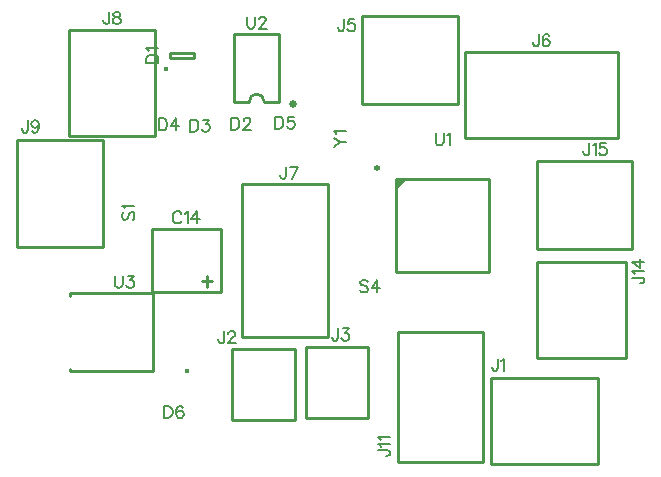
<source format=gbr>
G04 DipTrace 3.2.0.1*
G04 TopSilk.gbr*
%MOMM*%
G04 #@! TF.FileFunction,Legend,Top*
G04 #@! TF.Part,Single*
%ADD10C,0.25*%
%ADD22O,0.39154X0.39176*%
%ADD34O,0.52705X0.52578*%
%ADD37C,0.63525*%
%ADD39C,0.39137*%
%ADD96C,0.15*%
%FSLAX35Y35*%
G04*
G71*
G90*
G75*
G01*
G04 TopSilk*
%LPD*%
X-2579653Y2693277D2*
D10*
X-3159653D1*
Y2158277D1*
X-2579653D1*
Y2693277D1*
X-2649659Y2248264D2*
X-2739675D1*
X-2694667Y2298286D2*
Y2203270D1*
D22*
X-3039628Y4049041D3*
X-3006292Y4136420D2*
D10*
X-2806275D1*
Y4186393D1*
X-3006292D1*
Y4136420D1*
X612303Y701083D2*
X-292697D1*
Y1431083D1*
X612303D1*
Y701083D1*
X-1951303Y1677962D2*
X-2481328D1*
Y1077947D1*
X-1951303D1*
Y1677962D1*
X-1328567Y1690205D2*
X-1858591D1*
Y1090190D1*
X-1328567D1*
Y1690205D1*
X-572810Y3746567D2*
X-1382810D1*
Y4496567D1*
X-572810D1*
Y3746567D1*
X788780Y3466700D2*
X-511220D1*
Y4191700D1*
X788780D1*
Y3466700D1*
X-1673047Y3075817D2*
X-2398047D1*
Y1775817D1*
X-1673047D1*
Y3075817D1*
X-3133503Y4380810D2*
X-3863503D1*
Y3475810D1*
X-3133503D1*
Y4380810D1*
X-3571670Y3445963D2*
X-4301670D1*
Y2540963D1*
X-3571670D1*
Y3445963D1*
X-1079437Y721110D2*
X-359437D1*
Y1821110D1*
X-1079437D1*
Y721110D1*
X851480Y2411130D2*
X101480D1*
Y1601130D1*
X851480D1*
Y2411130D1*
X95413Y3270450D2*
X905413D1*
Y2520450D1*
X95413D1*
Y3270450D1*
X-1093470Y3115033D2*
X-303530D1*
Y2325093D1*
X-1093470D1*
Y3115033D1*
G36*
D2*
Y3022958D1*
X-1001395Y3115033D1*
X-1093470D1*
G37*
D34*
X-1251521Y3207235D3*
X-2464018Y3770443D2*
D10*
Y4341958D1*
X-2083015D1*
Y3770443D1*
X-2209992D1*
X-2464018D2*
X-2337041D1*
X-2209992D2*
G03X-2337041Y3770443I-63525J-9D01*
G01*
D37*
X-1966771Y3747946D3*
X-3152062Y1488004D2*
D10*
Y2148003D1*
X-3852059Y1488004D2*
X-3152062D1*
X-3852059D2*
Y1507982D1*
Y2148003D2*
X-3152062D1*
X-3852059D2*
Y2128026D1*
D39*
X-2860099Y1490374D3*
X-2911839Y2817464D2*
D96*
X-2916668Y2827123D1*
X-2926439Y2836894D1*
X-2936097Y2841723D1*
X-2955526D1*
X-2965297Y2836894D1*
X-2974956Y2827123D1*
X-2979897Y2817464D1*
X-2984726Y2802864D1*
Y2778494D1*
X-2979897Y2764006D1*
X-2974956Y2754235D1*
X-2965297Y2744577D1*
X-2955526Y2739635D1*
X-2936097D1*
X-2926439Y2744577D1*
X-2916668Y2754235D1*
X-2911839Y2764006D1*
X-2881839Y2822181D2*
X-2872068Y2827123D1*
X-2857468Y2841611D1*
Y2739635D1*
X-2778839D2*
Y2841611D1*
X-2827468Y2773664D1*
X-2754580D1*
X-3207651Y4100192D2*
X-3105563D1*
Y4134221D1*
X-3110505Y4148821D1*
X-3120163Y4158592D1*
X-3129934Y4163421D1*
X-3144422Y4168251D1*
X-3168793D1*
X-3183393Y4163422D1*
X-3193051Y4158592D1*
X-3202822Y4148822D1*
X-3207651Y4134222D1*
Y4100192D1*
X-3188109Y4198251D2*
X-3193051Y4208021D1*
X-3207539Y4222621D1*
X-3105563D1*
X-2488395Y3633929D2*
Y3531842D1*
X-2454366D1*
X-2439766Y3536783D1*
X-2429995Y3546442D1*
X-2425166Y3556213D1*
X-2420337Y3570700D1*
Y3595071D1*
X-2425166Y3609671D1*
X-2429995Y3619329D1*
X-2439766Y3629100D1*
X-2454366Y3633929D1*
X-2488395D1*
X-2385395Y3609559D2*
Y3614388D1*
X-2380566Y3624159D1*
X-2375737Y3628988D1*
X-2365966Y3633817D1*
X-2346537D1*
X-2336878Y3628988D1*
X-2332049Y3624159D1*
X-2327107Y3614388D1*
Y3604729D1*
X-2332049Y3594959D1*
X-2341707Y3580471D1*
X-2390337Y3531842D1*
X-2322278D1*
X-2836025Y3618623D2*
Y3516535D1*
X-2801996D1*
X-2787396Y3521477D1*
X-2777625Y3531135D1*
X-2772796Y3540906D1*
X-2767967Y3555394D1*
Y3579764D1*
X-2772796Y3594364D1*
X-2777625Y3604023D1*
X-2787396Y3613794D1*
X-2801996Y3618623D1*
X-2836025D1*
X-2728196Y3618511D2*
X-2674850D1*
X-2703937Y3579652D1*
X-2689337D1*
X-2679679Y3574823D1*
X-2674850Y3569994D1*
X-2669908Y3555394D1*
Y3545735D1*
X-2674850Y3531135D1*
X-2684508Y3521364D1*
X-2699108Y3516535D1*
X-2713708D1*
X-2728196Y3521364D1*
X-2733025Y3526306D1*
X-2737967Y3535964D1*
X-3101853Y3629066D2*
Y3526978D1*
X-3067824D1*
X-3053224Y3531920D1*
X-3043453Y3541578D1*
X-3038624Y3551349D1*
X-3033795Y3565837D1*
Y3590208D1*
X-3038624Y3604808D1*
X-3043453Y3614466D1*
X-3053224Y3624237D1*
X-3067824Y3629066D1*
X-3101853D1*
X-2955165Y3526978D2*
Y3628954D1*
X-3003795Y3561008D1*
X-2930907D1*
X-2115738Y3642993D2*
Y3540905D1*
X-2081709D1*
X-2067109Y3545847D1*
X-2057338Y3555505D1*
X-2052509Y3565276D1*
X-2047680Y3579764D1*
Y3604134D1*
X-2052509Y3618734D1*
X-2057338Y3628393D1*
X-2067109Y3638164D1*
X-2081709Y3642993D1*
X-2115738D1*
X-1959392Y3642881D2*
X-2007909D1*
X-2012738Y3599193D1*
X-2007909Y3604022D1*
X-1993309Y3608964D1*
X-1978822D1*
X-1964222Y3604022D1*
X-1954451Y3594364D1*
X-1949622Y3579764D1*
Y3570105D1*
X-1954451Y3555505D1*
X-1964222Y3545734D1*
X-1978822Y3540905D1*
X-1993309D1*
X-2007909Y3545734D1*
X-2012738Y3550676D1*
X-2017680Y3560334D1*
X-3055008Y1193306D2*
Y1091218D1*
X-3020978D1*
X-3006378Y1096160D1*
X-2996608Y1105818D1*
X-2991778Y1115589D1*
X-2986949Y1130077D1*
Y1154448D1*
X-2991778Y1169048D1*
X-2996608Y1178706D1*
X-3006378Y1188477D1*
X-3020978Y1193306D1*
X-3055008D1*
X-2898662Y1178706D2*
X-2903491Y1188365D1*
X-2918091Y1193194D1*
X-2927749D1*
X-2942349Y1188365D1*
X-2952120Y1173765D1*
X-2956949Y1149506D1*
Y1125248D1*
X-2952120Y1105818D1*
X-2942349Y1096048D1*
X-2927749Y1091218D1*
X-2922920D1*
X-2908432Y1096048D1*
X-2898662Y1105818D1*
X-2893832Y1120418D1*
Y1125248D1*
X-2898662Y1139848D1*
X-2908432Y1149506D1*
X-2922920Y1154335D1*
X-2927749D1*
X-2942349Y1149506D1*
X-2952120Y1139848D1*
X-2956949Y1125248D1*
X-232811Y1595576D2*
Y1517859D1*
X-237640Y1503259D1*
X-242582Y1498430D1*
X-252240Y1493488D1*
X-262011D1*
X-271669Y1498430D1*
X-276498Y1503259D1*
X-281440Y1517859D1*
Y1527518D1*
X-202811Y1576035D2*
X-193040Y1580976D1*
X-178440Y1595464D1*
Y1493488D1*
X-2549771Y1827783D2*
Y1750066D1*
X-2554601Y1735466D1*
X-2559542Y1730637D1*
X-2569201Y1725695D1*
X-2578971D1*
X-2588630Y1730637D1*
X-2593459Y1735466D1*
X-2598401Y1750066D1*
Y1759724D1*
X-2514830Y1803412D2*
Y1808241D1*
X-2510001Y1818012D1*
X-2505171Y1822841D1*
X-2495401Y1827671D1*
X-2475971D1*
X-2466313Y1822841D1*
X-2461484Y1818012D1*
X-2456542Y1808241D1*
Y1798583D1*
X-2461484Y1788812D1*
X-2471142Y1774324D1*
X-2519771Y1725695D1*
X-2451713D1*
X-1586755Y1849746D2*
Y1772029D1*
X-1591584Y1757429D1*
X-1596525Y1752600D1*
X-1606184Y1747658D1*
X-1615955D1*
X-1625613Y1752600D1*
X-1630442Y1757429D1*
X-1635384Y1772029D1*
Y1781688D1*
X-1546984Y1849634D2*
X-1493638D1*
X-1522725Y1810775D1*
X-1508125D1*
X-1498467Y1805946D1*
X-1493638Y1801117D1*
X-1488696Y1786517D1*
Y1776858D1*
X-1493638Y1762258D1*
X-1503296Y1752488D1*
X-1517896Y1747658D1*
X-1532496D1*
X-1546984Y1752488D1*
X-1551813Y1757429D1*
X-1556755Y1767088D1*
X-1536458Y4469816D2*
Y4392099D1*
X-1541287Y4377499D1*
X-1546229Y4372670D1*
X-1555887Y4367728D1*
X-1565658D1*
X-1575316Y4372670D1*
X-1580146Y4377499D1*
X-1585087Y4392099D1*
Y4401758D1*
X-1448170Y4469704D2*
X-1496687D1*
X-1501516Y4426016D1*
X-1496687Y4430845D1*
X-1482087Y4435787D1*
X-1467599D1*
X-1452999Y4430845D1*
X-1443229Y4421187D1*
X-1438399Y4406587D1*
Y4396928D1*
X-1443229Y4382328D1*
X-1452999Y4372558D1*
X-1467599Y4367728D1*
X-1482087D1*
X-1496687Y4372558D1*
X-1501516Y4377499D1*
X-1506458Y4387158D1*
X116536Y4340146D2*
Y4262429D1*
X111707Y4247829D1*
X106765Y4243000D1*
X97107Y4238058D1*
X87336D1*
X77678Y4243000D1*
X72848Y4247829D1*
X67907Y4262429D1*
Y4272088D1*
X204824Y4325546D2*
X199995Y4335205D1*
X185395Y4340034D1*
X175736D1*
X161136Y4335205D1*
X151365Y4320605D1*
X146536Y4296346D1*
Y4272088D1*
X151365Y4252658D1*
X161136Y4242888D1*
X175736Y4238058D1*
X180565D1*
X195053Y4242888D1*
X204824Y4252658D1*
X209653Y4267258D1*
Y4272088D1*
X204824Y4286688D1*
X195053Y4296346D1*
X180565Y4301175D1*
X175736D1*
X161136Y4296346D1*
X151365Y4286688D1*
X146536Y4272088D1*
X-2026231Y3220009D2*
Y3142293D1*
X-2031061Y3127693D1*
X-2036002Y3122863D1*
X-2045661Y3117922D1*
X-2055431D1*
X-2065090Y3122863D1*
X-2069919Y3127693D1*
X-2074861Y3142293D1*
Y3151951D1*
X-1976802Y3117922D2*
X-1928173Y3219897D1*
X-1996231D1*
X-3523162Y4529256D2*
Y4451539D1*
X-3527991Y4436939D1*
X-3532933Y4432110D1*
X-3542591Y4427168D1*
X-3552362D1*
X-3562020Y4432110D1*
X-3566849Y4436939D1*
X-3571791Y4451539D1*
Y4461198D1*
X-3468903Y4529144D2*
X-3483391Y4524315D1*
X-3488333Y4514656D1*
Y4504885D1*
X-3483391Y4495227D1*
X-3473733Y4490285D1*
X-3454303Y4485456D1*
X-3439703Y4480627D1*
X-3430045Y4470856D1*
X-3425216Y4461198D1*
Y4446598D1*
X-3430045Y4436939D1*
X-3434874Y4431998D1*
X-3449474Y4427168D1*
X-3468903D1*
X-3483391Y4431998D1*
X-3488333Y4436939D1*
X-3493162Y4446598D1*
Y4461198D1*
X-3488333Y4470856D1*
X-3478562Y4480627D1*
X-3464074Y4485456D1*
X-3444645Y4490285D1*
X-3434874Y4495227D1*
X-3430045Y4504885D1*
Y4514656D1*
X-3434874Y4524315D1*
X-3449474Y4529144D1*
X-3468903D1*
X-4211157Y3611096D2*
Y3533379D1*
X-4215986Y3518779D1*
X-4220927Y3513950D1*
X-4230586Y3509008D1*
X-4240357D1*
X-4250015Y3513950D1*
X-4254844Y3518779D1*
X-4259786Y3533379D1*
Y3543038D1*
X-4117927Y3577067D2*
X-4122869Y3562467D1*
X-4132527Y3552696D1*
X-4147127Y3547867D1*
X-4151957D1*
X-4166557Y3552696D1*
X-4176215Y3562467D1*
X-4181157Y3577067D1*
Y3581896D1*
X-4176215Y3596496D1*
X-4166557Y3606155D1*
X-4151957Y3610984D1*
X-4147127D1*
X-4132527Y3606155D1*
X-4122869Y3596496D1*
X-4117927Y3577067D1*
Y3552696D1*
X-4122869Y3528438D1*
X-4132527Y3513838D1*
X-4147127Y3509008D1*
X-4156786D1*
X-4171386Y3513838D1*
X-4176215Y3523608D1*
X-1245409Y820274D2*
X-1167692D1*
X-1153092Y815445D1*
X-1148263Y810503D1*
X-1143322Y800845D1*
Y791074D1*
X-1148263Y781416D1*
X-1153093Y776586D1*
X-1167693Y771645D1*
X-1177351D1*
X-1225868Y850274D2*
X-1230809Y860045D1*
X-1245297Y874645D1*
X-1143322D1*
X-1225868Y904645D2*
X-1230809Y914416D1*
X-1245297Y929016D1*
X-1143322Y929015D1*
X905881Y2279769D2*
X983598D1*
X998198Y2274940D1*
X1003027Y2269998D1*
X1007968Y2260340D1*
Y2250569D1*
X1003027Y2240911D1*
X998197Y2236081D1*
X983597Y2231140D1*
X973939D1*
X925422Y2309769D2*
X920481Y2319540D1*
X905993Y2334140D1*
X1007968D1*
Y2412769D2*
X905993D1*
X973939Y2364140D1*
Y2437027D1*
X540970Y3418896D2*
Y3341179D1*
X536141Y3326579D1*
X531199Y3321750D1*
X521541Y3316808D1*
X511770D1*
X502112Y3321750D1*
X497282Y3326579D1*
X492341Y3341179D1*
Y3350838D1*
X570970Y3399355D2*
X580741Y3404296D1*
X595341Y3418784D1*
Y3316808D1*
X683628Y3418784D2*
X635112D1*
X630282Y3375096D1*
X635112Y3379925D1*
X649712Y3384867D1*
X664199D1*
X678799Y3379925D1*
X688570Y3370267D1*
X693399Y3355667D1*
Y3346008D1*
X688570Y3331408D1*
X678799Y3321638D1*
X664199Y3316808D1*
X649712D1*
X635112Y3321638D1*
X630282Y3326579D1*
X625341Y3336238D1*
X-3396313Y2835661D2*
X-3406083Y2826002D1*
X-3410913Y2811402D1*
Y2791973D1*
X-3406084Y2777373D1*
X-3396313Y2767602D1*
X-3386654D1*
X-3376884Y2772544D1*
X-3372054Y2777373D1*
X-3367225Y2787032D1*
X-3357454Y2816232D1*
X-3352625Y2826002D1*
X-3347683Y2830831D1*
X-3338025Y2835661D1*
X-3323425D1*
X-3313767Y2826002D1*
X-3308825Y2811402D1*
Y2791973D1*
X-3313767Y2777373D1*
X-3323425Y2767602D1*
X-3391371Y2865661D2*
X-3396313Y2875431D1*
X-3410800Y2890031D1*
X-3308825D1*
X-1331298Y2245173D2*
X-1340956Y2254944D1*
X-1355556Y2259773D1*
X-1374986D1*
X-1389586Y2254944D1*
X-1399356Y2245173D1*
Y2235514D1*
X-1394415Y2225744D1*
X-1389586Y2220914D1*
X-1379927Y2216085D1*
X-1350727Y2206314D1*
X-1340956Y2201485D1*
X-1336127Y2196544D1*
X-1331298Y2186885D1*
Y2172285D1*
X-1340956Y2162627D1*
X-1355556Y2157685D1*
X-1374986D1*
X-1389586Y2162627D1*
X-1399356Y2172285D1*
X-1252669Y2157685D2*
Y2259661D1*
X-1301298Y2191714D1*
X-1228410D1*
X-759715Y3503509D2*
Y3430622D1*
X-754885Y3416022D1*
X-745115Y3406363D1*
X-730515Y3401422D1*
X-720856D1*
X-706256Y3406363D1*
X-696485Y3416022D1*
X-691656Y3430622D1*
Y3503509D1*
X-661656Y3483968D2*
X-651885Y3488909D1*
X-637285Y3503397D1*
Y3401422D1*
X-2356575Y4490404D2*
Y4417517D1*
X-2351746Y4402917D1*
X-2341975Y4393258D1*
X-2327375Y4388317D1*
X-2317717D1*
X-2303117Y4393258D1*
X-2293346Y4402917D1*
X-2288517Y4417517D1*
Y4490404D1*
X-2253575Y4466034D2*
Y4470863D1*
X-2248746Y4480634D1*
X-2243917Y4485463D1*
X-2234146Y4490292D1*
X-2214717D1*
X-2205058Y4485463D1*
X-2200229Y4480634D1*
X-2195287Y4470863D1*
Y4461204D1*
X-2200229Y4451434D1*
X-2209887Y4436946D1*
X-2258517Y4388317D1*
X-2190458D1*
X-3475068Y2296449D2*
Y2223562D1*
X-3470239Y2208962D1*
X-3460468Y2199303D1*
X-3445868Y2194362D1*
X-3436210D1*
X-3421610Y2199303D1*
X-3411839Y2208962D1*
X-3407010Y2223562D1*
Y2296449D1*
X-3367239Y2296337D2*
X-3313893D1*
X-3342981Y2257479D1*
X-3328381D1*
X-3318722Y2252649D1*
X-3313893Y2247820D1*
X-3308952Y2233220D1*
Y2223562D1*
X-3313893Y2208962D1*
X-3323552Y2199191D1*
X-3338152Y2194362D1*
X-3352752D1*
X-3367239Y2199191D1*
X-3372068Y2204133D1*
X-3377010Y2213791D1*
X-1620763Y3388316D2*
X-1572133Y3427175D1*
X-1518675D1*
X-1620763Y3466033D2*
X-1572133Y3427175D1*
X-1601221Y3496033D2*
X-1606163Y3505804D1*
X-1620650Y3520404D1*
X-1518675D1*
M02*

</source>
